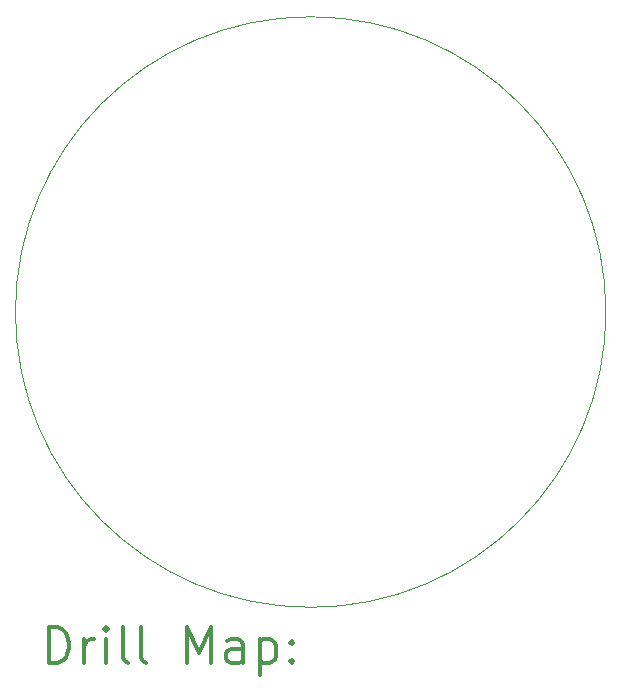
<source format=gbr>
%FSLAX45Y45*%
G04 Gerber Fmt 4.5, Leading zero omitted, Abs format (unit mm)*
G04 Created by KiCad (PCBNEW 4.1.0-alpha+201608281546+7098~46~ubuntu14.04.1-product) date Mon Sep  5 14:38:34 2016*
%MOMM*%
%LPD*%
G01*
G04 APERTURE LIST*
%ADD10C,0.127000*%
%ADD11C,0.100000*%
%ADD12C,0.200000*%
%ADD13C,0.300000*%
G04 APERTURE END LIST*
D10*
D11*
X12500000Y-10000000D02*
G75*
G03X12500000Y-10000000I-2500000J0D01*
G01*
D12*
D13*
X7781428Y-12970714D02*
X7781428Y-12670714D01*
X7852857Y-12670714D01*
X7895714Y-12685000D01*
X7924286Y-12713571D01*
X7938571Y-12742143D01*
X7952857Y-12799286D01*
X7952857Y-12842143D01*
X7938571Y-12899286D01*
X7924286Y-12927857D01*
X7895714Y-12956429D01*
X7852857Y-12970714D01*
X7781428Y-12970714D01*
X8081428Y-12970714D02*
X8081428Y-12770714D01*
X8081428Y-12827857D02*
X8095714Y-12799286D01*
X8110000Y-12785000D01*
X8138571Y-12770714D01*
X8167143Y-12770714D01*
X8267143Y-12970714D02*
X8267143Y-12770714D01*
X8267143Y-12670714D02*
X8252857Y-12685000D01*
X8267143Y-12699286D01*
X8281428Y-12685000D01*
X8267143Y-12670714D01*
X8267143Y-12699286D01*
X8452857Y-12970714D02*
X8424286Y-12956429D01*
X8410000Y-12927857D01*
X8410000Y-12670714D01*
X8610000Y-12970714D02*
X8581428Y-12956429D01*
X8567143Y-12927857D01*
X8567143Y-12670714D01*
X8952857Y-12970714D02*
X8952857Y-12670714D01*
X9052857Y-12885000D01*
X9152857Y-12670714D01*
X9152857Y-12970714D01*
X9424286Y-12970714D02*
X9424286Y-12813571D01*
X9410000Y-12785000D01*
X9381428Y-12770714D01*
X9324286Y-12770714D01*
X9295714Y-12785000D01*
X9424286Y-12956429D02*
X9395714Y-12970714D01*
X9324286Y-12970714D01*
X9295714Y-12956429D01*
X9281428Y-12927857D01*
X9281428Y-12899286D01*
X9295714Y-12870714D01*
X9324286Y-12856429D01*
X9395714Y-12856429D01*
X9424286Y-12842143D01*
X9567143Y-12770714D02*
X9567143Y-13070714D01*
X9567143Y-12785000D02*
X9595714Y-12770714D01*
X9652857Y-12770714D01*
X9681428Y-12785000D01*
X9695714Y-12799286D01*
X9710000Y-12827857D01*
X9710000Y-12913571D01*
X9695714Y-12942143D01*
X9681428Y-12956429D01*
X9652857Y-12970714D01*
X9595714Y-12970714D01*
X9567143Y-12956429D01*
X9838571Y-12942143D02*
X9852857Y-12956429D01*
X9838571Y-12970714D01*
X9824286Y-12956429D01*
X9838571Y-12942143D01*
X9838571Y-12970714D01*
X9838571Y-12785000D02*
X9852857Y-12799286D01*
X9838571Y-12813571D01*
X9824286Y-12799286D01*
X9838571Y-12785000D01*
X9838571Y-12813571D01*
M02*

</source>
